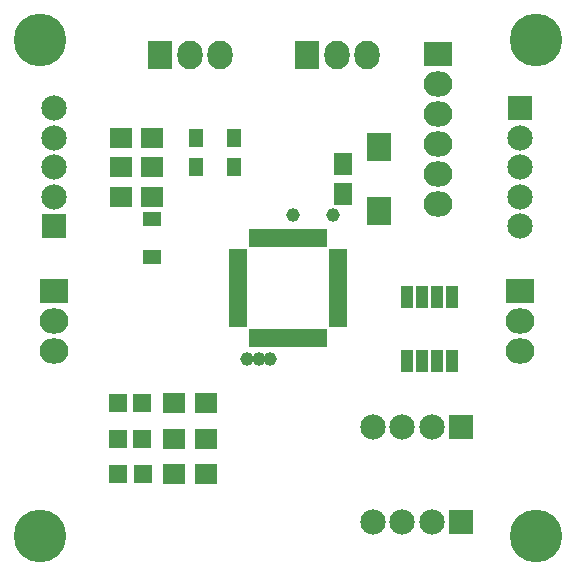
<source format=gbr>
G04 #@! TF.FileFunction,Soldermask,Top*
%FSLAX46Y46*%
G04 Gerber Fmt 4.6, Leading zero omitted, Abs format (unit mm)*
G04 Created by KiCad (PCBNEW 4.0.5) date Thu Feb  9 17:30:12 2017*
%MOMM*%
%LPD*%
G01*
G04 APERTURE LIST*
%ADD10C,0.100000*%
%ADD11R,1.000000X1.950000*%
%ADD12C,1.150000*%
%ADD13C,4.464000*%
%ADD14R,2.150000X2.150000*%
%ADD15C,2.150000*%
%ADD16R,1.650000X1.900000*%
%ADD17R,1.310000X1.620000*%
%ADD18R,1.620000X1.310000*%
%ADD19R,1.598880X1.598880*%
%ADD20R,2.432000X2.127200*%
%ADD21O,2.432000X2.127200*%
%ADD22R,2.127200X2.432000*%
%ADD23O,2.127200X2.432000*%
%ADD24R,1.900000X1.700000*%
%ADD25R,2.000000X2.400000*%
%ADD26R,1.600000X1.000000*%
%ADD27R,1.000000X1.600000*%
G04 APERTURE END LIST*
D10*
D11*
X163905000Y-110800000D03*
X162635000Y-110800000D03*
X161365000Y-110800000D03*
X160095000Y-110800000D03*
X160095000Y-116200000D03*
X161365000Y-116200000D03*
X162635000Y-116200000D03*
X163905000Y-116200000D03*
D12*
X150400000Y-103800000D03*
X153800000Y-103800000D03*
X148500000Y-116000000D03*
X147500000Y-116000000D03*
D13*
X171000000Y-89000000D03*
X129000000Y-89000000D03*
X129000000Y-131000000D03*
X171000000Y-131000000D03*
D14*
X164660000Y-121780000D03*
D15*
X162160000Y-121780000D03*
X159660000Y-121780000D03*
X157160000Y-121780000D03*
D16*
X154660000Y-102030000D03*
X154660000Y-99530000D03*
D17*
X142175000Y-97280000D03*
X145445000Y-97280000D03*
X142190000Y-99780000D03*
X145460000Y-99780000D03*
D18*
X138510000Y-104145000D03*
X138510000Y-107415000D03*
D19*
X137709020Y-125780000D03*
X135610980Y-125780000D03*
X137660000Y-119780000D03*
X135561960Y-119780000D03*
X137660000Y-122780000D03*
X135561960Y-122780000D03*
D14*
X130160000Y-104780000D03*
D15*
X130160000Y-102280000D03*
X130160000Y-99780000D03*
X130160000Y-97280000D03*
X130160000Y-94780000D03*
D20*
X130160000Y-110240000D03*
D21*
X130160000Y-112780000D03*
X130160000Y-115320000D03*
D14*
X169660000Y-94780000D03*
D15*
X169660000Y-97280000D03*
X169660000Y-99780000D03*
X169660000Y-102280000D03*
X169660000Y-104780000D03*
D20*
X169660000Y-110240000D03*
D21*
X169660000Y-112780000D03*
X169660000Y-115320000D03*
D20*
X162660000Y-90240000D03*
D21*
X162660000Y-92780000D03*
X162660000Y-95320000D03*
X162660000Y-97860000D03*
X162660000Y-100400000D03*
X162660000Y-102940000D03*
D14*
X164660000Y-129780000D03*
D15*
X162160000Y-129780000D03*
X159660000Y-129780000D03*
X157160000Y-129780000D03*
D22*
X139120000Y-90280000D03*
D23*
X141660000Y-90280000D03*
X144200000Y-90280000D03*
D22*
X151620000Y-90280000D03*
D23*
X154160000Y-90280000D03*
X156700000Y-90280000D03*
D24*
X138510000Y-97280000D03*
X135810000Y-97280000D03*
X138510000Y-99780000D03*
X135810000Y-99780000D03*
X138510000Y-102280000D03*
X135810000Y-102280000D03*
X143010000Y-125780000D03*
X140310000Y-125780000D03*
X143010000Y-119780000D03*
X140310000Y-119780000D03*
X143010000Y-122780000D03*
X140310000Y-122780000D03*
D25*
X157660000Y-98080000D03*
X157660000Y-103480000D03*
D26*
X145750000Y-107200000D03*
X145750000Y-108000000D03*
X145750000Y-108800000D03*
X145750000Y-109600000D03*
X145750000Y-110400000D03*
X145750000Y-111200000D03*
X145750000Y-112000000D03*
X145750000Y-112800000D03*
D27*
X147200000Y-114250000D03*
X148000000Y-114250000D03*
X148800000Y-114250000D03*
X149600000Y-114250000D03*
X150400000Y-114250000D03*
X151200000Y-114250000D03*
X152000000Y-114250000D03*
X152800000Y-114250000D03*
D26*
X154250000Y-112800000D03*
X154250000Y-112000000D03*
X154250000Y-111200000D03*
X154250000Y-110400000D03*
X154250000Y-109600000D03*
X154250000Y-108800000D03*
X154250000Y-108000000D03*
X154250000Y-107200000D03*
D27*
X152800000Y-105750000D03*
X152000000Y-105750000D03*
X151200000Y-105750000D03*
X150400000Y-105750000D03*
X149600000Y-105750000D03*
X148800000Y-105750000D03*
X148000000Y-105750000D03*
X147200000Y-105750000D03*
D12*
X146500000Y-116000000D03*
M02*

</source>
